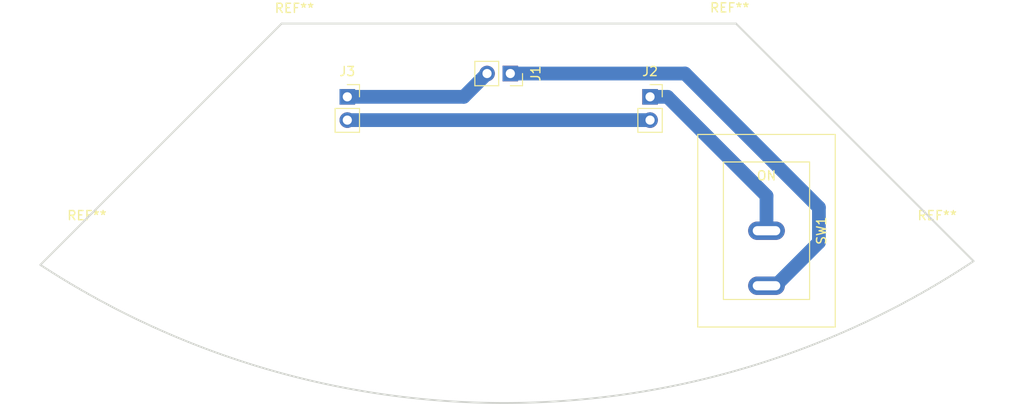
<source format=kicad_pcb>
(kicad_pcb (version 20211014) (generator pcbnew)
  (layers (0 "F.Cu" signal) (31 "B.Cu" signal) (34 "B.Paste" user) (35 "F.Paste" user) (36 "B.SilkS" user "B.Silkscreen") (37 "F.SilkS" user "F.Silkscreen") (38 "B.Mask" user) (39 "F.Mask" user) (44 "Edge.Cuts" user))
  (net 0 "")
  (net 1 "Net-(J1-Pad1)")
  (net 2 "Net-(J1-Pad2)")
  (net 3 "Net-(J2-Pad1)")
  (net 4 "Net-(J2-Pad2)")
  (footprint "MountingHole:MountingHole_3.2mm_M3" (layer "F.Cu") (at 158.5468 70.6882)
    (fp_text reference "REF**" (at 0 -4.2) (layer "F.SilkS"))
    (fp_text value "MountingHole_3.2mm_M3")
    (pad "" np_thru_hole circle (at 0 0) (size 3.2 3.2) (drill 3.2) (layers *.Cu *.Mask))
  )
  (footprint "Connector_PinSocket_2.54mm:PinSocket_1x02_P2.54mm_Vertical" (layer "F.Cu") (at 134.62 73.66 -90)
    (fp_text reference "J1" (at 0 -2.77 90) (layer "F.SilkS"))
    (fp_text value "Conn_01x02_Female")
    (fp_line (start -1.33 3.87) (end 1.33 3.87) (layer "F.SilkS") (width 0.12))
    (fp_line (start -1.33 1.27) (end -1.33 3.87) (layer "F.SilkS") (width 0.12))
    (fp_line (start -1.33 1.27) (end 1.33 1.27) (layer "F.SilkS") (width 0.12))
    (fp_line (start 0 -1.33) (end 1.33 -1.33) (layer "F.SilkS") (width 0.12))
    (fp_line (start 1.33 -1.33) (end 1.33 0) (layer "F.SilkS") (width 0.12))
    (fp_line (start 1.33 1.27) (end 1.33 3.87) (layer "F.SilkS") (width 0.12))
    (pad "1" thru_hole rect (at 0 0 270) (size 1.7 1.7) (drill 1) (layers *.Cu *.Mask) (net 1 "Net-(J1-Pad1)"))
    (pad "2" thru_hole oval (at 0 2.54 270) (size 1.7 1.7) (drill 1) (layers *.Cu *.Mask) (net 2 "Net-(J1-Pad2)"))
  )
  (footprint "Connector_PinSocket_2.54mm:PinSocket_1x02_P2.54mm_Vertical" (layer "F.Cu") (at 149.86 76.2)
    (fp_text reference "J2" (at 0 -2.77) (layer "F.SilkS"))
    (fp_text value "Conn_01x02_Male")
    (fp_line (start 1.33 -1.33) (end 1.33 0) (layer "F.SilkS") (width 0.12))
    (fp_line (start -1.33 1.27) (end -1.33 3.87) (layer "F.SilkS") (width 0.12))
    (fp_line (start 1.33 1.27) (end 1.33 3.87) (layer "F.SilkS") (width 0.12))
    (fp_line (start -1.33 3.87) (end 1.33 3.87) (layer "F.SilkS") (width 0.12))
    (fp_line (start -1.33 1.27) (end 1.33 1.27) (layer "F.SilkS") (width 0.12))
    (fp_line (start 0 -1.33) (end 1.33 -1.33) (layer "F.SilkS") (width 0.12))
    (pad "1" thru_hole rect (at 0 0) (size 1.7 1.7) (drill 1) (layers *.Cu *.Mask) (net 3 "Net-(J2-Pad1)"))
    (pad "2" thru_hole oval (at 0 2.54) (size 1.7 1.7) (drill 1) (layers *.Cu *.Mask) (net 4 "Net-(J2-Pad2)"))
  )
  (footprint "Connector_PinSocket_2.54mm:PinSocket_1x02_P2.54mm_Vertical" (layer "F.Cu") (at 116.84 76.2)
    (fp_text reference "J3" (at 0 -2.77) (layer "F.SilkS"))
    (fp_text value "Conn_01x02_Female")
    (fp_line (start 0 -1.33) (end 1.33 -1.33) (layer "F.SilkS") (width 0.12))
    (fp_line (start -1.33 3.87) (end 1.33 3.87) (layer "F.SilkS") (width 0.12))
    (fp_line (start 1.33 -1.33) (end 1.33 0) (layer "F.SilkS") (width 0.12))
    (fp_line (start 1.33 1.27) (end 1.33 3.87) (layer "F.SilkS") (width 0.12))
    (fp_line (start -1.33 1.27) (end 1.33 1.27) (layer "F.SilkS") (width 0.12))
    (fp_line (start -1.33 1.27) (end -1.33 3.87) (layer "F.SilkS") (width 0.12))
    (pad "1" thru_hole rect (at 0 0) (size 1.7 1.7) (drill 1) (layers *.Cu *.Mask) (net 2 "Net-(J1-Pad2)"))
    (pad "2" thru_hole oval (at 0 2.54) (size 1.7 1.7) (drill 1) (layers *.Cu *.Mask) (net 4 "Net-(J2-Pad2)"))
  )
  (footprint "KiCad_Library:DS-850k" (layer "F.Cu") (at 162.56 90.805 90)
    (fp_text reference "SW1" (at 0 6 90) (layer "F.SilkS"))
    (fp_text value "SW_DIP_x01")
    (fp_text user "ON" (at 6 0) (layer "F.SilkS"))
    (fp_line (start -7.5 -4.7) (end -7.5 4.7) (layer "F.SilkS") (width 0.12))
    (fp_line (start 10.5 7.5) (end 10.5 0) (layer "F.SilkS") (width 0.12))
    (fp_line (start 10.5 -7.5) (end -10.5 -7.5) (layer "F.SilkS") (width 0.12))
    (fp_line (start 7.5 0) (end 7.5 -4.7) (layer "F.SilkS") (width 0.12))
    (fp_line (start -7.5 4.7) (end 7.5 4.7) (layer "F.SilkS") (width 0.12))
    (fp_line (start -10.5 -7.5) (end -10.5 7.5) (layer "F.SilkS") (width 0.12))
    (fp_line (start 7.5 4.7) (end 7.5 0) (layer "F.SilkS") (width 0.12))
    (fp_line (start 10.5 0) (end 10.5 -7.5) (layer "F.SilkS") (width 0.12))
    (fp_line (start -10.5 7.5) (end 10.5 7.5) (layer "F.SilkS") (width 0.12))
    (fp_line (start 7.5 -4.7) (end -7.5 -4.7) (layer "F.SilkS") (width 0.12))
    (pad "1" thru_hole oval locked (at 0 0 180) (size 4 2) (drill oval 3 1) (layers *.Cu *.Mask) (net 3 "Net-(J2-Pad1)"))
    (pad "2" thru_hole oval locked (at -6 0 180) (size 4 2) (drill oval 3 1) (layers *.Cu *.Mask) (net 1 "Net-(J1-Pad1)"))
  )
  (footprint "MountingHole:MountingHole_3.2mm_M3" (layer "F.Cu") (at 88.4428 93.345)
    (fp_text reference "REF**" (at 0 -4.2) (layer "F.SilkS"))
    (fp_text value "MountingHole_3.2mm_M3")
    (pad "" np_thru_hole circle (at 0 0) (size 3.2 3.2) (drill 3.2) (layers *.Cu *.Mask))
  )
  (footprint "MountingHole:MountingHole_3.2mm_M3" (layer "F.Cu") (at 111.0742 70.739)
    (fp_text reference "REF**" (at 0 -4.2) (layer "F.SilkS"))
    (fp_text value "MountingHole_3.2mm_M3")
    (pad "" np_thru_hole circle (at 0 0) (size 3.2 3.2) (drill 3.2) (layers *.Cu *.Mask))
  )
  (footprint "MountingHole:MountingHole_3.2mm_M3" (layer "F.Cu") (at 181.1782 93.345)
    (fp_text reference "REF**" (at 0 -4.2) (layer "F.SilkS"))
    (fp_text value "MountingHole_3.2mm_M3")
    (pad "" np_thru_hole circle (at 0 0) (size 3.2 3.2) (drill 3.2) (layers *.Cu *.Mask))
  )
  (gr_line (start 109.678865 68.20826) (end 159.22938 68.20826) (layer "Edge.Cuts") (width 0.2))
  (gr_line (start 159.22938 68.20826) (end 185.143223 94.122104) (layer "Edge.Cuts") (width 0.2))
  (gr_arc (start 185.143223 94.122104) (mid 134.312761 109.591012) (end 83.361136 94.525989) (layer "Edge.Cuts") (width 0.2))
  (gr_line (start 83.361136 94.525989) (end 109.678865 68.20826) (layer "Edge.Cuts") (width 0.2))
  (segment (start 168.275 88.265) (end 168.275 92.075) (width 1.5) (layer "B.Cu") (net 1))
  (segment (start 153.67 73.66) (end 168.275 88.265) (width 1.5) (layer "B.Cu") (net 1))
  (segment (start 134.62 73.66) (end 153.67 73.66) (width 1.5) (layer "B.Cu") (net 1))
  (segment (start 163.545 96.805) (end 162.56 96.805) (width 1.5) (layer "B.Cu") (net 1))
  (segment (start 168.275 92.075) (end 163.545 96.805) (width 1.5) (layer "B.Cu") (net 1))
  (segment (start 129.54 76.2) (end 132.08 73.66) (width 1.5) (layer "B.Cu") (net 2))
  (segment (start 116.84 76.2) (end 129.54 76.2) (width 1.5) (layer "B.Cu") (net 2))
  (segment (start 162.56 90.805) (end 162.56 86.995) (width 1.5) (layer "B.Cu") (net 3))
  (segment (start 162.56 86.995) (end 151.765 76.2) (width 1.5) (layer "B.Cu") (net 3))
  (segment (start 151.765 76.2) (end 149.86 76.2) (width 1.5) (layer "B.Cu") (net 3))
  (segment (start 116.84 78.74) (end 149.86 78.74) (width 1.5) (layer "B.Cu") (net 4))
)
</source>
